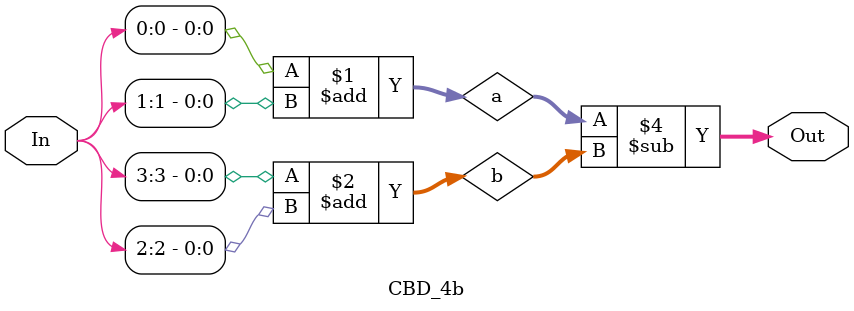
<source format=v>

module CBD_2(
    input start,
    input clk,
    input reset,
    input [63:0] In,
    input ready,
    output reg [47:0]Out,
    output reg done,
    output reg give_bits,
    output reg [7:0]address
    );
    reg [3:0] state;
    wire [47:0] w1 [3:0];

    parameter s0 = 3'd0, s1 = 3'd1 , s2 = 3'd2,s3 = 3'd3,s4 = 3'd4;
    
    //FSM setup
   always @(posedge clk or posedge reset)
        if (reset | !start)
        begin
            address <= 0;
            state <= s0;
        end
        else         
        begin
        case(state)
                s0:begin if(start)begin state <= s1;  end
                           else state <=s0;
                  end
                    
                s1:if(ready)state <=s2; else state<=s1;
                s2:state<=s3;
                s3:state<=s4;
                s4 : state <=s0;
                default: state<=s0;
        endcase
        end
        
    // Writing 2_s into subarray
    CBD_2s c1(In[15:0],w1[0]);
    CBD_2s c2(In[31:16],w1[1]);
    CBD_2s c3(In[47:32],w1[2]);
    CBD_2s c4(In[63:48],w1[3]);
    
    //FSM
    always @(state)
        begin
            case(state)
            s0:begin
               Out <= 47'b0;
               done<=1'b0; 
               give_bits<=1'b1;   
               end
            s1:begin  
                 
               Out <= w1[0];
               done<=1'b1;  
               address<=address+1;
               give_bits<=1'b0;    
               end
            s2:begin
               Out <= w1[1];
               done<=1'b1;
               address<=address+1;     
               end
            s3:begin
               Out <= w1[2]; 
               done<=1'b1;  
               address<=address+1;  
               end  
            s4:begin
               Out <= w1[3];
               done<=1'b1;  
               address<=address+1;   
               end  

            default: begin 
            Out <= 47'b0;
            done<=1'b0;       
               end    
            endcase  
        end
       
    

endmodule

module CBD_2s( 
    input [15:0] In,
    output [47:0]Out
    );
      
genvar i;

generate
    for(i = 0;i<4;i=i+1)begin
       CBD_4b cb0(In[(i*4)+3:(i*4)],Out[(i*12)+11:i*12]);
    end
endgenerate
endmodule


module CBD_4b(
    input [3:0] In,
    output reg [11:0] Out
    );
    wire [3:0] a,b;
    assign a = In[0]+In[1];
    assign b = In[3]+In[2];
    always @(*)        
            begin
                Out = a - b;
            end
endmodule


</source>
